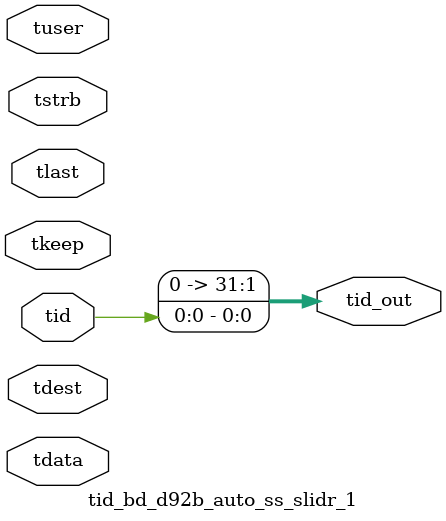
<source format=v>


`timescale 1ps/1ps

module tid_bd_d92b_auto_ss_slidr_1 #
(
parameter C_S_AXIS_TID_WIDTH   = 1,
parameter C_S_AXIS_TUSER_WIDTH = 0,
parameter C_S_AXIS_TDATA_WIDTH = 0,
parameter C_S_AXIS_TDEST_WIDTH = 0,
parameter C_M_AXIS_TID_WIDTH   = 32
)
(
input  [(C_S_AXIS_TID_WIDTH   == 0 ? 1 : C_S_AXIS_TID_WIDTH)-1:0       ] tid,
input  [(C_S_AXIS_TDATA_WIDTH == 0 ? 1 : C_S_AXIS_TDATA_WIDTH)-1:0     ] tdata,
input  [(C_S_AXIS_TUSER_WIDTH == 0 ? 1 : C_S_AXIS_TUSER_WIDTH)-1:0     ] tuser,
input  [(C_S_AXIS_TDEST_WIDTH == 0 ? 1 : C_S_AXIS_TDEST_WIDTH)-1:0     ] tdest,
input  [(C_S_AXIS_TDATA_WIDTH/8)-1:0 ] tkeep,
input  [(C_S_AXIS_TDATA_WIDTH/8)-1:0 ] tstrb,
input                                                                    tlast,
output [(C_M_AXIS_TID_WIDTH   == 0 ? 1 : C_M_AXIS_TID_WIDTH)-1:0       ] tid_out
);

assign tid_out = {tid[0:0]};

endmodule


</source>
